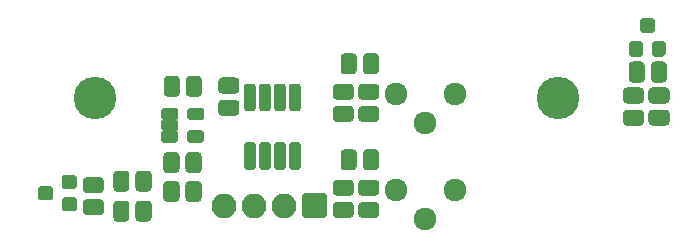
<source format=gts>
G04 #@! TF.GenerationSoftware,KiCad,Pcbnew,(5.1.9-0-10_14)*
G04 #@! TF.CreationDate,2021-06-22T22:42:15-05:00*
G04 #@! TF.ProjectId,HallEffectXY-Endstop,48616c6c-4566-4666-9563-7458592d456e,A*
G04 #@! TF.SameCoordinates,Original*
G04 #@! TF.FileFunction,Soldermask,Top*
G04 #@! TF.FilePolarity,Negative*
%FSLAX46Y46*%
G04 Gerber Fmt 4.6, Leading zero omitted, Abs format (unit mm)*
G04 Created by KiCad (PCBNEW (5.1.9-0-10_14)) date 2021-06-22 22:42:15*
%MOMM*%
%LPD*%
G01*
G04 APERTURE LIST*
%ADD10C,0.200000*%
%ADD11C,3.600000*%
%ADD12C,1.924000*%
%ADD13O,2.100000X2.100000*%
G04 APERTURE END LIST*
D10*
X128000000Y-98750000D02*
G75*
G03*
X128000000Y-98750000I-250000J0D01*
G01*
X167250000Y-98750000D02*
G75*
G03*
X167250000Y-98750000I-250000J0D01*
G01*
D11*
X167000000Y-98750000D03*
X127750000Y-98750000D03*
G36*
G01*
X148569000Y-104565250D02*
X148569000Y-103452750D01*
G75*
G02*
X148912750Y-103109000I343750J0D01*
G01*
X149600250Y-103109000D01*
G75*
G02*
X149944000Y-103452750I0J-343750D01*
G01*
X149944000Y-104565250D01*
G75*
G02*
X149600250Y-104909000I-343750J0D01*
G01*
X148912750Y-104909000D01*
G75*
G02*
X148569000Y-104565250I0J343750D01*
G01*
G37*
G36*
G01*
X150444000Y-104565250D02*
X150444000Y-103452750D01*
G75*
G02*
X150787750Y-103109000I343750J0D01*
G01*
X151475250Y-103109000D01*
G75*
G02*
X151819000Y-103452750I0J-343750D01*
G01*
X151819000Y-104565250D01*
G75*
G02*
X151475250Y-104909000I-343750J0D01*
G01*
X150787750Y-104909000D01*
G75*
G02*
X150444000Y-104565250I0J343750D01*
G01*
G37*
G36*
G01*
X150399750Y-105686000D02*
X151512250Y-105686000D01*
G75*
G02*
X151856000Y-106029750I0J-343750D01*
G01*
X151856000Y-106717250D01*
G75*
G02*
X151512250Y-107061000I-343750J0D01*
G01*
X150399750Y-107061000D01*
G75*
G02*
X150056000Y-106717250I0J343750D01*
G01*
X150056000Y-106029750D01*
G75*
G02*
X150399750Y-105686000I343750J0D01*
G01*
G37*
G36*
G01*
X150399750Y-107561000D02*
X151512250Y-107561000D01*
G75*
G02*
X151856000Y-107904750I0J-343750D01*
G01*
X151856000Y-108592250D01*
G75*
G02*
X151512250Y-108936000I-343750J0D01*
G01*
X150399750Y-108936000D01*
G75*
G02*
X150056000Y-108592250I0J343750D01*
G01*
X150056000Y-107904750D01*
G75*
G02*
X150399750Y-107561000I343750J0D01*
G01*
G37*
G36*
G01*
X148240750Y-105686000D02*
X149353250Y-105686000D01*
G75*
G02*
X149697000Y-106029750I0J-343750D01*
G01*
X149697000Y-106717250D01*
G75*
G02*
X149353250Y-107061000I-343750J0D01*
G01*
X148240750Y-107061000D01*
G75*
G02*
X147897000Y-106717250I0J343750D01*
G01*
X147897000Y-106029750D01*
G75*
G02*
X148240750Y-105686000I343750J0D01*
G01*
G37*
G36*
G01*
X148240750Y-107561000D02*
X149353250Y-107561000D01*
G75*
G02*
X149697000Y-107904750I0J-343750D01*
G01*
X149697000Y-108592250D01*
G75*
G02*
X149353250Y-108936000I-343750J0D01*
G01*
X148240750Y-108936000D01*
G75*
G02*
X147897000Y-108592250I0J343750D01*
G01*
X147897000Y-107904750D01*
G75*
G02*
X148240750Y-107561000I343750J0D01*
G01*
G37*
G36*
G01*
X128192750Y-108710000D02*
X127080250Y-108710000D01*
G75*
G02*
X126736500Y-108366250I0J343750D01*
G01*
X126736500Y-107678750D01*
G75*
G02*
X127080250Y-107335000I343750J0D01*
G01*
X128192750Y-107335000D01*
G75*
G02*
X128536500Y-107678750I0J-343750D01*
G01*
X128536500Y-108366250D01*
G75*
G02*
X128192750Y-108710000I-343750J0D01*
G01*
G37*
G36*
G01*
X128192750Y-106835000D02*
X127080250Y-106835000D01*
G75*
G02*
X126736500Y-106491250I0J343750D01*
G01*
X126736500Y-105803750D01*
G75*
G02*
X127080250Y-105460000I343750J0D01*
G01*
X128192750Y-105460000D01*
G75*
G02*
X128536500Y-105803750I0J-343750D01*
G01*
X128536500Y-106491250D01*
G75*
G02*
X128192750Y-106835000I-343750J0D01*
G01*
G37*
G36*
G01*
X129313500Y-108911250D02*
X129313500Y-107798750D01*
G75*
G02*
X129657250Y-107455000I343750J0D01*
G01*
X130344750Y-107455000D01*
G75*
G02*
X130688500Y-107798750I0J-343750D01*
G01*
X130688500Y-108911250D01*
G75*
G02*
X130344750Y-109255000I-343750J0D01*
G01*
X129657250Y-109255000D01*
G75*
G02*
X129313500Y-108911250I0J343750D01*
G01*
G37*
G36*
G01*
X131188500Y-108911250D02*
X131188500Y-107798750D01*
G75*
G02*
X131532250Y-107455000I343750J0D01*
G01*
X132219750Y-107455000D01*
G75*
G02*
X132563500Y-107798750I0J-343750D01*
G01*
X132563500Y-108911250D01*
G75*
G02*
X132219750Y-109255000I-343750J0D01*
G01*
X131532250Y-109255000D01*
G75*
G02*
X131188500Y-108911250I0J343750D01*
G01*
G37*
G36*
G01*
X126238500Y-107381000D02*
X126238500Y-108181000D01*
G75*
G02*
X126038500Y-108381000I-200000J0D01*
G01*
X125138500Y-108381000D01*
G75*
G02*
X124938500Y-108181000I0J200000D01*
G01*
X124938500Y-107381000D01*
G75*
G02*
X125138500Y-107181000I200000J0D01*
G01*
X126038500Y-107181000D01*
G75*
G02*
X126238500Y-107381000I0J-200000D01*
G01*
G37*
G36*
G01*
X126238500Y-105481000D02*
X126238500Y-106281000D01*
G75*
G02*
X126038500Y-106481000I-200000J0D01*
G01*
X125138500Y-106481000D01*
G75*
G02*
X124938500Y-106281000I0J200000D01*
G01*
X124938500Y-105481000D01*
G75*
G02*
X125138500Y-105281000I200000J0D01*
G01*
X126038500Y-105281000D01*
G75*
G02*
X126238500Y-105481000I0J-200000D01*
G01*
G37*
G36*
G01*
X124238500Y-106431000D02*
X124238500Y-107231000D01*
G75*
G02*
X124038500Y-107431000I-200000J0D01*
G01*
X123138500Y-107431000D01*
G75*
G02*
X122938500Y-107231000I0J200000D01*
G01*
X122938500Y-106431000D01*
G75*
G02*
X123138500Y-106231000I200000J0D01*
G01*
X124038500Y-106231000D01*
G75*
G02*
X124238500Y-106431000I0J-200000D01*
G01*
G37*
G36*
G01*
X129313500Y-106371250D02*
X129313500Y-105258750D01*
G75*
G02*
X129657250Y-104915000I343750J0D01*
G01*
X130344750Y-104915000D01*
G75*
G02*
X130688500Y-105258750I0J-343750D01*
G01*
X130688500Y-106371250D01*
G75*
G02*
X130344750Y-106715000I-343750J0D01*
G01*
X129657250Y-106715000D01*
G75*
G02*
X129313500Y-106371250I0J343750D01*
G01*
G37*
G36*
G01*
X131188500Y-106371250D02*
X131188500Y-105258750D01*
G75*
G02*
X131532250Y-104915000I343750J0D01*
G01*
X132219750Y-104915000D01*
G75*
G02*
X132563500Y-105258750I0J-343750D01*
G01*
X132563500Y-106371250D01*
G75*
G02*
X132219750Y-106715000I-343750J0D01*
G01*
X131532250Y-106715000D01*
G75*
G02*
X131188500Y-106371250I0J343750D01*
G01*
G37*
G36*
G01*
X141145000Y-104850000D02*
X140645000Y-104850000D01*
G75*
G02*
X140395000Y-104600000I0J250000D01*
G01*
X140395000Y-102750000D01*
G75*
G02*
X140645000Y-102500000I250000J0D01*
G01*
X141145000Y-102500000D01*
G75*
G02*
X141395000Y-102750000I0J-250000D01*
G01*
X141395000Y-104600000D01*
G75*
G02*
X141145000Y-104850000I-250000J0D01*
G01*
G37*
G36*
G01*
X142415000Y-104850000D02*
X141915000Y-104850000D01*
G75*
G02*
X141665000Y-104600000I0J250000D01*
G01*
X141665000Y-102750000D01*
G75*
G02*
X141915000Y-102500000I250000J0D01*
G01*
X142415000Y-102500000D01*
G75*
G02*
X142665000Y-102750000I0J-250000D01*
G01*
X142665000Y-104600000D01*
G75*
G02*
X142415000Y-104850000I-250000J0D01*
G01*
G37*
G36*
G01*
X143685000Y-104850000D02*
X143185000Y-104850000D01*
G75*
G02*
X142935000Y-104600000I0J250000D01*
G01*
X142935000Y-102750000D01*
G75*
G02*
X143185000Y-102500000I250000J0D01*
G01*
X143685000Y-102500000D01*
G75*
G02*
X143935000Y-102750000I0J-250000D01*
G01*
X143935000Y-104600000D01*
G75*
G02*
X143685000Y-104850000I-250000J0D01*
G01*
G37*
G36*
G01*
X144955000Y-104850000D02*
X144455000Y-104850000D01*
G75*
G02*
X144205000Y-104600000I0J250000D01*
G01*
X144205000Y-102750000D01*
G75*
G02*
X144455000Y-102500000I250000J0D01*
G01*
X144955000Y-102500000D01*
G75*
G02*
X145205000Y-102750000I0J-250000D01*
G01*
X145205000Y-104600000D01*
G75*
G02*
X144955000Y-104850000I-250000J0D01*
G01*
G37*
G36*
G01*
X144955000Y-99900000D02*
X144455000Y-99900000D01*
G75*
G02*
X144205000Y-99650000I0J250000D01*
G01*
X144205000Y-97800000D01*
G75*
G02*
X144455000Y-97550000I250000J0D01*
G01*
X144955000Y-97550000D01*
G75*
G02*
X145205000Y-97800000I0J-250000D01*
G01*
X145205000Y-99650000D01*
G75*
G02*
X144955000Y-99900000I-250000J0D01*
G01*
G37*
G36*
G01*
X143685000Y-99900000D02*
X143185000Y-99900000D01*
G75*
G02*
X142935000Y-99650000I0J250000D01*
G01*
X142935000Y-97800000D01*
G75*
G02*
X143185000Y-97550000I250000J0D01*
G01*
X143685000Y-97550000D01*
G75*
G02*
X143935000Y-97800000I0J-250000D01*
G01*
X143935000Y-99650000D01*
G75*
G02*
X143685000Y-99900000I-250000J0D01*
G01*
G37*
G36*
G01*
X142415000Y-99900000D02*
X141915000Y-99900000D01*
G75*
G02*
X141665000Y-99650000I0J250000D01*
G01*
X141665000Y-97800000D01*
G75*
G02*
X141915000Y-97550000I250000J0D01*
G01*
X142415000Y-97550000D01*
G75*
G02*
X142665000Y-97800000I0J-250000D01*
G01*
X142665000Y-99650000D01*
G75*
G02*
X142415000Y-99900000I-250000J0D01*
G01*
G37*
G36*
G01*
X141145000Y-99900000D02*
X140645000Y-99900000D01*
G75*
G02*
X140395000Y-99650000I0J250000D01*
G01*
X140395000Y-97800000D01*
G75*
G02*
X140645000Y-97550000I250000J0D01*
G01*
X141145000Y-97550000D01*
G75*
G02*
X141395000Y-97800000I0J-250000D01*
G01*
X141395000Y-99650000D01*
G75*
G02*
X141145000Y-99900000I-250000J0D01*
G01*
G37*
D12*
X158254000Y-106534000D03*
X155754000Y-109034000D03*
X153254000Y-106534000D03*
X158254000Y-98406000D03*
X155754000Y-100906000D03*
X153254000Y-98406000D03*
G36*
G01*
X135578000Y-100463000D02*
X135578000Y-99813000D01*
G75*
G02*
X135778000Y-99613000I200000J0D01*
G01*
X136838000Y-99613000D01*
G75*
G02*
X137038000Y-99813000I0J-200000D01*
G01*
X137038000Y-100463000D01*
G75*
G02*
X136838000Y-100663000I-200000J0D01*
G01*
X135778000Y-100663000D01*
G75*
G02*
X135578000Y-100463000I0J200000D01*
G01*
G37*
G36*
G01*
X135578000Y-102363000D02*
X135578000Y-101713000D01*
G75*
G02*
X135778000Y-101513000I200000J0D01*
G01*
X136838000Y-101513000D01*
G75*
G02*
X137038000Y-101713000I0J-200000D01*
G01*
X137038000Y-102363000D01*
G75*
G02*
X136838000Y-102563000I-200000J0D01*
G01*
X135778000Y-102563000D01*
G75*
G02*
X135578000Y-102363000I0J200000D01*
G01*
G37*
G36*
G01*
X133378000Y-102363000D02*
X133378000Y-101713000D01*
G75*
G02*
X133578000Y-101513000I200000J0D01*
G01*
X134638000Y-101513000D01*
G75*
G02*
X134838000Y-101713000I0J-200000D01*
G01*
X134838000Y-102363000D01*
G75*
G02*
X134638000Y-102563000I-200000J0D01*
G01*
X133578000Y-102563000D01*
G75*
G02*
X133378000Y-102363000I0J200000D01*
G01*
G37*
G36*
G01*
X133378000Y-101413000D02*
X133378000Y-100763000D01*
G75*
G02*
X133578000Y-100563000I200000J0D01*
G01*
X134638000Y-100563000D01*
G75*
G02*
X134838000Y-100763000I0J-200000D01*
G01*
X134838000Y-101413000D01*
G75*
G02*
X134638000Y-101613000I-200000J0D01*
G01*
X133578000Y-101613000D01*
G75*
G02*
X133378000Y-101413000I0J200000D01*
G01*
G37*
G36*
G01*
X133378000Y-100463000D02*
X133378000Y-99813000D01*
G75*
G02*
X133578000Y-99613000I200000J0D01*
G01*
X134638000Y-99613000D01*
G75*
G02*
X134838000Y-99813000I0J-200000D01*
G01*
X134838000Y-100463000D01*
G75*
G02*
X134638000Y-100663000I-200000J0D01*
G01*
X133578000Y-100663000D01*
G75*
G02*
X133378000Y-100463000I0J200000D01*
G01*
G37*
G36*
G01*
X174950000Y-93262000D02*
X174150000Y-93262000D01*
G75*
G02*
X173950000Y-93062000I0J200000D01*
G01*
X173950000Y-92162000D01*
G75*
G02*
X174150000Y-91962000I200000J0D01*
G01*
X174950000Y-91962000D01*
G75*
G02*
X175150000Y-92162000I0J-200000D01*
G01*
X175150000Y-93062000D01*
G75*
G02*
X174950000Y-93262000I-200000J0D01*
G01*
G37*
G36*
G01*
X175900000Y-95262000D02*
X175100000Y-95262000D01*
G75*
G02*
X174900000Y-95062000I0J200000D01*
G01*
X174900000Y-94162000D01*
G75*
G02*
X175100000Y-93962000I200000J0D01*
G01*
X175900000Y-93962000D01*
G75*
G02*
X176100000Y-94162000I0J-200000D01*
G01*
X176100000Y-95062000D01*
G75*
G02*
X175900000Y-95262000I-200000J0D01*
G01*
G37*
G36*
G01*
X174000000Y-95262000D02*
X173200000Y-95262000D01*
G75*
G02*
X173000000Y-95062000I0J200000D01*
G01*
X173000000Y-94162000D01*
G75*
G02*
X173200000Y-93962000I200000J0D01*
G01*
X174000000Y-93962000D01*
G75*
G02*
X174200000Y-94162000I0J-200000D01*
G01*
X174200000Y-95062000D01*
G75*
G02*
X174000000Y-95262000I-200000J0D01*
G01*
G37*
G36*
G01*
X172815250Y-99749000D02*
X173927750Y-99749000D01*
G75*
G02*
X174271500Y-100092750I0J-343750D01*
G01*
X174271500Y-100780250D01*
G75*
G02*
X173927750Y-101124000I-343750J0D01*
G01*
X172815250Y-101124000D01*
G75*
G02*
X172471500Y-100780250I0J343750D01*
G01*
X172471500Y-100092750D01*
G75*
G02*
X172815250Y-99749000I343750J0D01*
G01*
G37*
G36*
G01*
X172815250Y-97874000D02*
X173927750Y-97874000D01*
G75*
G02*
X174271500Y-98217750I0J-343750D01*
G01*
X174271500Y-98905250D01*
G75*
G02*
X173927750Y-99249000I-343750J0D01*
G01*
X172815250Y-99249000D01*
G75*
G02*
X172471500Y-98905250I0J343750D01*
G01*
X172471500Y-98217750D01*
G75*
G02*
X172815250Y-97874000I343750J0D01*
G01*
G37*
G36*
G01*
X150399750Y-99433000D02*
X151512250Y-99433000D01*
G75*
G02*
X151856000Y-99776750I0J-343750D01*
G01*
X151856000Y-100464250D01*
G75*
G02*
X151512250Y-100808000I-343750J0D01*
G01*
X150399750Y-100808000D01*
G75*
G02*
X150056000Y-100464250I0J343750D01*
G01*
X150056000Y-99776750D01*
G75*
G02*
X150399750Y-99433000I343750J0D01*
G01*
G37*
G36*
G01*
X150399750Y-97558000D02*
X151512250Y-97558000D01*
G75*
G02*
X151856000Y-97901750I0J-343750D01*
G01*
X151856000Y-98589250D01*
G75*
G02*
X151512250Y-98933000I-343750J0D01*
G01*
X150399750Y-98933000D01*
G75*
G02*
X150056000Y-98589250I0J343750D01*
G01*
X150056000Y-97901750D01*
G75*
G02*
X150399750Y-97558000I343750J0D01*
G01*
G37*
G36*
G01*
X150444000Y-96437250D02*
X150444000Y-95324750D01*
G75*
G02*
X150787750Y-94981000I343750J0D01*
G01*
X151475250Y-94981000D01*
G75*
G02*
X151819000Y-95324750I0J-343750D01*
G01*
X151819000Y-96437250D01*
G75*
G02*
X151475250Y-96781000I-343750J0D01*
G01*
X150787750Y-96781000D01*
G75*
G02*
X150444000Y-96437250I0J343750D01*
G01*
G37*
G36*
G01*
X148569000Y-96437250D02*
X148569000Y-95324750D01*
G75*
G02*
X148912750Y-94981000I343750J0D01*
G01*
X149600250Y-94981000D01*
G75*
G02*
X149944000Y-95324750I0J-343750D01*
G01*
X149944000Y-96437250D01*
G75*
G02*
X149600250Y-96781000I-343750J0D01*
G01*
X148912750Y-96781000D01*
G75*
G02*
X148569000Y-96437250I0J343750D01*
G01*
G37*
D13*
X138736000Y-107900000D03*
X141276000Y-107900000D03*
X143816000Y-107900000D03*
G36*
G01*
X147206000Y-108950000D02*
X145506000Y-108950000D01*
G75*
G02*
X145306000Y-108750000I0J200000D01*
G01*
X145306000Y-107050000D01*
G75*
G02*
X145506000Y-106850000I200000J0D01*
G01*
X147206000Y-106850000D01*
G75*
G02*
X147406000Y-107050000I0J-200000D01*
G01*
X147406000Y-108750000D01*
G75*
G02*
X147206000Y-108950000I-200000J0D01*
G01*
G37*
G36*
G01*
X174828000Y-97134250D02*
X174828000Y-96021750D01*
G75*
G02*
X175171750Y-95678000I343750J0D01*
G01*
X175859250Y-95678000D01*
G75*
G02*
X176203000Y-96021750I0J-343750D01*
G01*
X176203000Y-97134250D01*
G75*
G02*
X175859250Y-97478000I-343750J0D01*
G01*
X175171750Y-97478000D01*
G75*
G02*
X174828000Y-97134250I0J343750D01*
G01*
G37*
G36*
G01*
X172953000Y-97134250D02*
X172953000Y-96021750D01*
G75*
G02*
X173296750Y-95678000I343750J0D01*
G01*
X173984250Y-95678000D01*
G75*
G02*
X174328000Y-96021750I0J-343750D01*
G01*
X174328000Y-97134250D01*
G75*
G02*
X173984250Y-97478000I-343750J0D01*
G01*
X173296750Y-97478000D01*
G75*
G02*
X172953000Y-97134250I0J343750D01*
G01*
G37*
G36*
G01*
X135430000Y-104804250D02*
X135430000Y-103691750D01*
G75*
G02*
X135773750Y-103348000I343750J0D01*
G01*
X136461250Y-103348000D01*
G75*
G02*
X136805000Y-103691750I0J-343750D01*
G01*
X136805000Y-104804250D01*
G75*
G02*
X136461250Y-105148000I-343750J0D01*
G01*
X135773750Y-105148000D01*
G75*
G02*
X135430000Y-104804250I0J343750D01*
G01*
G37*
G36*
G01*
X133555000Y-104804250D02*
X133555000Y-103691750D01*
G75*
G02*
X133898750Y-103348000I343750J0D01*
G01*
X134586250Y-103348000D01*
G75*
G02*
X134930000Y-103691750I0J-343750D01*
G01*
X134930000Y-104804250D01*
G75*
G02*
X134586250Y-105148000I-343750J0D01*
G01*
X133898750Y-105148000D01*
G75*
G02*
X133555000Y-104804250I0J343750D01*
G01*
G37*
G36*
G01*
X138543750Y-98910000D02*
X139656250Y-98910000D01*
G75*
G02*
X140000000Y-99253750I0J-343750D01*
G01*
X140000000Y-99941250D01*
G75*
G02*
X139656250Y-100285000I-343750J0D01*
G01*
X138543750Y-100285000D01*
G75*
G02*
X138200000Y-99941250I0J343750D01*
G01*
X138200000Y-99253750D01*
G75*
G02*
X138543750Y-98910000I343750J0D01*
G01*
G37*
G36*
G01*
X138543750Y-97035000D02*
X139656250Y-97035000D01*
G75*
G02*
X140000000Y-97378750I0J-343750D01*
G01*
X140000000Y-98066250D01*
G75*
G02*
X139656250Y-98410000I-343750J0D01*
G01*
X138543750Y-98410000D01*
G75*
G02*
X138200000Y-98066250I0J343750D01*
G01*
X138200000Y-97378750D01*
G75*
G02*
X138543750Y-97035000I343750J0D01*
G01*
G37*
G36*
G01*
X174974250Y-99749000D02*
X176086750Y-99749000D01*
G75*
G02*
X176430500Y-100092750I0J-343750D01*
G01*
X176430500Y-100780250D01*
G75*
G02*
X176086750Y-101124000I-343750J0D01*
G01*
X174974250Y-101124000D01*
G75*
G02*
X174630500Y-100780250I0J343750D01*
G01*
X174630500Y-100092750D01*
G75*
G02*
X174974250Y-99749000I343750J0D01*
G01*
G37*
G36*
G01*
X174974250Y-97874000D02*
X176086750Y-97874000D01*
G75*
G02*
X176430500Y-98217750I0J-343750D01*
G01*
X176430500Y-98905250D01*
G75*
G02*
X176086750Y-99249000I-343750J0D01*
G01*
X174974250Y-99249000D01*
G75*
G02*
X174630500Y-98905250I0J343750D01*
G01*
X174630500Y-98217750D01*
G75*
G02*
X174974250Y-97874000I343750J0D01*
G01*
G37*
G36*
G01*
X134958000Y-97229750D02*
X134958000Y-98342250D01*
G75*
G02*
X134614250Y-98686000I-343750J0D01*
G01*
X133926750Y-98686000D01*
G75*
G02*
X133583000Y-98342250I0J343750D01*
G01*
X133583000Y-97229750D01*
G75*
G02*
X133926750Y-96886000I343750J0D01*
G01*
X134614250Y-96886000D01*
G75*
G02*
X134958000Y-97229750I0J-343750D01*
G01*
G37*
G36*
G01*
X136833000Y-97229750D02*
X136833000Y-98342250D01*
G75*
G02*
X136489250Y-98686000I-343750J0D01*
G01*
X135801750Y-98686000D01*
G75*
G02*
X135458000Y-98342250I0J343750D01*
G01*
X135458000Y-97229750D01*
G75*
G02*
X135801750Y-96886000I343750J0D01*
G01*
X136489250Y-96886000D01*
G75*
G02*
X136833000Y-97229750I0J-343750D01*
G01*
G37*
G36*
G01*
X135430000Y-107242650D02*
X135430000Y-106130150D01*
G75*
G02*
X135773750Y-105786400I343750J0D01*
G01*
X136461250Y-105786400D01*
G75*
G02*
X136805000Y-106130150I0J-343750D01*
G01*
X136805000Y-107242650D01*
G75*
G02*
X136461250Y-107586400I-343750J0D01*
G01*
X135773750Y-107586400D01*
G75*
G02*
X135430000Y-107242650I0J343750D01*
G01*
G37*
G36*
G01*
X133555000Y-107242650D02*
X133555000Y-106130150D01*
G75*
G02*
X133898750Y-105786400I343750J0D01*
G01*
X134586250Y-105786400D01*
G75*
G02*
X134930000Y-106130150I0J-343750D01*
G01*
X134930000Y-107242650D01*
G75*
G02*
X134586250Y-107586400I-343750J0D01*
G01*
X133898750Y-107586400D01*
G75*
G02*
X133555000Y-107242650I0J343750D01*
G01*
G37*
G36*
G01*
X148240750Y-99433000D02*
X149353250Y-99433000D01*
G75*
G02*
X149697000Y-99776750I0J-343750D01*
G01*
X149697000Y-100464250D01*
G75*
G02*
X149353250Y-100808000I-343750J0D01*
G01*
X148240750Y-100808000D01*
G75*
G02*
X147897000Y-100464250I0J343750D01*
G01*
X147897000Y-99776750D01*
G75*
G02*
X148240750Y-99433000I343750J0D01*
G01*
G37*
G36*
G01*
X148240750Y-97558000D02*
X149353250Y-97558000D01*
G75*
G02*
X149697000Y-97901750I0J-343750D01*
G01*
X149697000Y-98589250D01*
G75*
G02*
X149353250Y-98933000I-343750J0D01*
G01*
X148240750Y-98933000D01*
G75*
G02*
X147897000Y-98589250I0J343750D01*
G01*
X147897000Y-97901750D01*
G75*
G02*
X148240750Y-97558000I343750J0D01*
G01*
G37*
M02*

</source>
